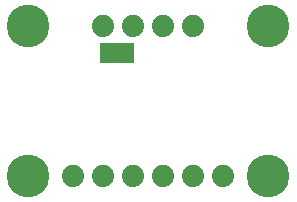
<source format=gbr>
G04 EAGLE Gerber RS-274X export*
G75*
%MOMM*%
%FSLAX34Y34*%
%LPD*%
%INSoldermask Bottom*%
%IPPOS*%
%AMOC8*
5,1,8,0,0,1.08239X$1,22.5*%
G01*
%ADD10C,3.617600*%
%ADD11C,1.879600*%
%ADD12R,2.921000X1.651000*%


D10*
X25400Y152400D03*
X228600Y152400D03*
X25400Y25400D03*
X228600Y25400D03*
D11*
X63500Y25400D03*
X88900Y25400D03*
X114300Y25400D03*
X139700Y25400D03*
X165100Y25400D03*
X190500Y25400D03*
X88900Y152400D03*
X114300Y152400D03*
X139700Y152400D03*
X165100Y152400D03*
D12*
X100330Y129540D03*
M02*

</source>
